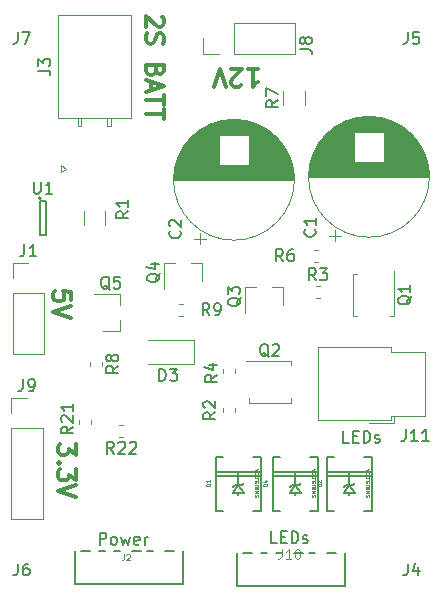
<source format=gbr>
G04 #@! TF.GenerationSoftware,KiCad,Pcbnew,(5.0.2)-1*
G04 #@! TF.CreationDate,2019-06-25T12:01:11-07:00*
G04 #@! TF.ProjectId,powerControl,706f7765-7243-46f6-9e74-726f6c2e6b69,rev?*
G04 #@! TF.SameCoordinates,Original*
G04 #@! TF.FileFunction,Legend,Top*
G04 #@! TF.FilePolarity,Positive*
%FSLAX46Y46*%
G04 Gerber Fmt 4.6, Leading zero omitted, Abs format (unit mm)*
G04 Created by KiCad (PCBNEW (5.0.2)-1) date 6/25/2019 12:01:11 PM*
%MOMM*%
%LPD*%
G01*
G04 APERTURE LIST*
%ADD10C,0.200000*%
%ADD11C,0.300000*%
%ADD12C,0.120000*%
%ADD13C,0.127000*%
%ADD14C,0.150000*%
%ADD15C,0.074930*%
%ADD16C,0.076200*%
%ADD17C,0.100000*%
G04 APERTURE END LIST*
D10*
X102711380Y-72715380D02*
X102235190Y-72715380D01*
X102235190Y-71715380D01*
X103044714Y-72191571D02*
X103378047Y-72191571D01*
X103520904Y-72715380D02*
X103044714Y-72715380D01*
X103044714Y-71715380D01*
X103520904Y-71715380D01*
X103949476Y-72715380D02*
X103949476Y-71715380D01*
X104187571Y-71715380D01*
X104330428Y-71763000D01*
X104425666Y-71858238D01*
X104473285Y-71953476D01*
X104520904Y-72143952D01*
X104520904Y-72286809D01*
X104473285Y-72477285D01*
X104425666Y-72572523D01*
X104330428Y-72667761D01*
X104187571Y-72715380D01*
X103949476Y-72715380D01*
X104901857Y-72667761D02*
X104997095Y-72715380D01*
X105187571Y-72715380D01*
X105282809Y-72667761D01*
X105330428Y-72572523D01*
X105330428Y-72524904D01*
X105282809Y-72429666D01*
X105187571Y-72382047D01*
X105044714Y-72382047D01*
X104949476Y-72334428D01*
X104901857Y-72239190D01*
X104901857Y-72191571D01*
X104949476Y-72096333D01*
X105044714Y-72048714D01*
X105187571Y-72048714D01*
X105282809Y-72096333D01*
D11*
X86911571Y-36644000D02*
X86983000Y-36715428D01*
X87054428Y-36858285D01*
X87054428Y-37215428D01*
X86983000Y-37358285D01*
X86911571Y-37429714D01*
X86768714Y-37501142D01*
X86625857Y-37501142D01*
X86411571Y-37429714D01*
X85554428Y-36572571D01*
X85554428Y-37501142D01*
X85625857Y-38072571D02*
X85554428Y-38286857D01*
X85554428Y-38644000D01*
X85625857Y-38786857D01*
X85697285Y-38858285D01*
X85840142Y-38929714D01*
X85983000Y-38929714D01*
X86125857Y-38858285D01*
X86197285Y-38786857D01*
X86268714Y-38644000D01*
X86340142Y-38358285D01*
X86411571Y-38215428D01*
X86483000Y-38144000D01*
X86625857Y-38072571D01*
X86768714Y-38072571D01*
X86911571Y-38144000D01*
X86983000Y-38215428D01*
X87054428Y-38358285D01*
X87054428Y-38715428D01*
X86983000Y-38929714D01*
X86340142Y-41215428D02*
X86268714Y-41429714D01*
X86197285Y-41501142D01*
X86054428Y-41572571D01*
X85840142Y-41572571D01*
X85697285Y-41501142D01*
X85625857Y-41429714D01*
X85554428Y-41286857D01*
X85554428Y-40715428D01*
X87054428Y-40715428D01*
X87054428Y-41215428D01*
X86983000Y-41358285D01*
X86911571Y-41429714D01*
X86768714Y-41501142D01*
X86625857Y-41501142D01*
X86483000Y-41429714D01*
X86411571Y-41358285D01*
X86340142Y-41215428D01*
X86340142Y-40715428D01*
X85983000Y-42144000D02*
X85983000Y-42858285D01*
X85554428Y-42001142D02*
X87054428Y-42501142D01*
X85554428Y-43001142D01*
X87054428Y-43286857D02*
X87054428Y-44144000D01*
X85554428Y-43715428D02*
X87054428Y-43715428D01*
X87054428Y-44429714D02*
X87054428Y-45286857D01*
X85554428Y-44858285D02*
X87054428Y-44858285D01*
X94146571Y-41104428D02*
X95003714Y-41104428D01*
X94575142Y-41104428D02*
X94575142Y-42604428D01*
X94718000Y-42390142D01*
X94860857Y-42247285D01*
X95003714Y-42175857D01*
X93575142Y-42461571D02*
X93503714Y-42533000D01*
X93360857Y-42604428D01*
X93003714Y-42604428D01*
X92860857Y-42533000D01*
X92789428Y-42461571D01*
X92718000Y-42318714D01*
X92718000Y-42175857D01*
X92789428Y-41961571D01*
X93646571Y-41104428D01*
X92718000Y-41104428D01*
X92289428Y-42604428D02*
X91789428Y-41104428D01*
X91289428Y-42604428D01*
X79561428Y-72842714D02*
X79561428Y-73771285D01*
X78990000Y-73271285D01*
X78990000Y-73485571D01*
X78918571Y-73628428D01*
X78847142Y-73699857D01*
X78704285Y-73771285D01*
X78347142Y-73771285D01*
X78204285Y-73699857D01*
X78132857Y-73628428D01*
X78061428Y-73485571D01*
X78061428Y-73057000D01*
X78132857Y-72914142D01*
X78204285Y-72842714D01*
X78204285Y-74414142D02*
X78132857Y-74485571D01*
X78061428Y-74414142D01*
X78132857Y-74342714D01*
X78204285Y-74414142D01*
X78061428Y-74414142D01*
X79561428Y-74985571D02*
X79561428Y-75914142D01*
X78990000Y-75414142D01*
X78990000Y-75628428D01*
X78918571Y-75771285D01*
X78847142Y-75842714D01*
X78704285Y-75914142D01*
X78347142Y-75914142D01*
X78204285Y-75842714D01*
X78132857Y-75771285D01*
X78061428Y-75628428D01*
X78061428Y-75199857D01*
X78132857Y-75057000D01*
X78204285Y-74985571D01*
X79561428Y-76342714D02*
X78061428Y-76842714D01*
X79561428Y-77342714D01*
D10*
X96615380Y-81224380D02*
X96139190Y-81224380D01*
X96139190Y-80224380D01*
X96948714Y-80700571D02*
X97282047Y-80700571D01*
X97424904Y-81224380D02*
X96948714Y-81224380D01*
X96948714Y-80224380D01*
X97424904Y-80224380D01*
X97853476Y-81224380D02*
X97853476Y-80224380D01*
X98091571Y-80224380D01*
X98234428Y-80272000D01*
X98329666Y-80367238D01*
X98377285Y-80462476D01*
X98424904Y-80652952D01*
X98424904Y-80795809D01*
X98377285Y-80986285D01*
X98329666Y-81081523D01*
X98234428Y-81176761D01*
X98091571Y-81224380D01*
X97853476Y-81224380D01*
X98805857Y-81176761D02*
X98901095Y-81224380D01*
X99091571Y-81224380D01*
X99186809Y-81176761D01*
X99234428Y-81081523D01*
X99234428Y-81033904D01*
X99186809Y-80938666D01*
X99091571Y-80891047D01*
X98948714Y-80891047D01*
X98853476Y-80843428D01*
X98805857Y-80748190D01*
X98805857Y-80700571D01*
X98853476Y-80605333D01*
X98948714Y-80557714D01*
X99091571Y-80557714D01*
X99186809Y-80605333D01*
D11*
X79180428Y-60674285D02*
X79180428Y-59960000D01*
X78466142Y-59888571D01*
X78537571Y-59960000D01*
X78609000Y-60102857D01*
X78609000Y-60460000D01*
X78537571Y-60602857D01*
X78466142Y-60674285D01*
X78323285Y-60745714D01*
X77966142Y-60745714D01*
X77823285Y-60674285D01*
X77751857Y-60602857D01*
X77680428Y-60460000D01*
X77680428Y-60102857D01*
X77751857Y-59960000D01*
X77823285Y-59888571D01*
X79180428Y-61174285D02*
X77680428Y-61674285D01*
X79180428Y-62174285D01*
D10*
X81589809Y-81351380D02*
X81589809Y-80351380D01*
X81970761Y-80351380D01*
X82066000Y-80399000D01*
X82113619Y-80446619D01*
X82161238Y-80541857D01*
X82161238Y-80684714D01*
X82113619Y-80779952D01*
X82066000Y-80827571D01*
X81970761Y-80875190D01*
X81589809Y-80875190D01*
X82732666Y-81351380D02*
X82637428Y-81303761D01*
X82589809Y-81256142D01*
X82542190Y-81160904D01*
X82542190Y-80875190D01*
X82589809Y-80779952D01*
X82637428Y-80732333D01*
X82732666Y-80684714D01*
X82875523Y-80684714D01*
X82970761Y-80732333D01*
X83018380Y-80779952D01*
X83066000Y-80875190D01*
X83066000Y-81160904D01*
X83018380Y-81256142D01*
X82970761Y-81303761D01*
X82875523Y-81351380D01*
X82732666Y-81351380D01*
X83399333Y-80684714D02*
X83589809Y-81351380D01*
X83780285Y-80875190D01*
X83970761Y-81351380D01*
X84161238Y-80684714D01*
X84923142Y-81303761D02*
X84827904Y-81351380D01*
X84637428Y-81351380D01*
X84542190Y-81303761D01*
X84494571Y-81208523D01*
X84494571Y-80827571D01*
X84542190Y-80732333D01*
X84637428Y-80684714D01*
X84827904Y-80684714D01*
X84923142Y-80732333D01*
X84970761Y-80827571D01*
X84970761Y-80922809D01*
X84494571Y-81018047D01*
X85399333Y-81351380D02*
X85399333Y-80684714D01*
X85399333Y-80875190D02*
X85446952Y-80779952D01*
X85494571Y-80732333D01*
X85589809Y-80684714D01*
X85685047Y-80684714D01*
D12*
G04 #@! TO.C,C2*
X89589000Y-55438646D02*
X90589000Y-55438646D01*
X90089000Y-55938646D02*
X90089000Y-54938646D01*
X92365000Y-45378000D02*
X93563000Y-45378000D01*
X92102000Y-45418000D02*
X93826000Y-45418000D01*
X91902000Y-45458000D02*
X94026000Y-45458000D01*
X91734000Y-45498000D02*
X94194000Y-45498000D01*
X91586000Y-45538000D02*
X94342000Y-45538000D01*
X91454000Y-45578000D02*
X94474000Y-45578000D01*
X91334000Y-45618000D02*
X94594000Y-45618000D01*
X91222000Y-45658000D02*
X94706000Y-45658000D01*
X91118000Y-45698000D02*
X94810000Y-45698000D01*
X91020000Y-45738000D02*
X94908000Y-45738000D01*
X90927000Y-45778000D02*
X95001000Y-45778000D01*
X90839000Y-45818000D02*
X95089000Y-45818000D01*
X90755000Y-45858000D02*
X95173000Y-45858000D01*
X90675000Y-45898000D02*
X95253000Y-45898000D01*
X90599000Y-45938000D02*
X95329000Y-45938000D01*
X90525000Y-45978000D02*
X95403000Y-45978000D01*
X90454000Y-46018000D02*
X95474000Y-46018000D01*
X90385000Y-46058000D02*
X95543000Y-46058000D01*
X90319000Y-46098000D02*
X95609000Y-46098000D01*
X90255000Y-46138000D02*
X95673000Y-46138000D01*
X90194000Y-46178000D02*
X95734000Y-46178000D01*
X90134000Y-46218000D02*
X95794000Y-46218000D01*
X90075000Y-46258000D02*
X95853000Y-46258000D01*
X90019000Y-46298000D02*
X95909000Y-46298000D01*
X89964000Y-46338000D02*
X95964000Y-46338000D01*
X89910000Y-46378000D02*
X96018000Y-46378000D01*
X89858000Y-46418000D02*
X96070000Y-46418000D01*
X89808000Y-46458000D02*
X96120000Y-46458000D01*
X89758000Y-46498000D02*
X96170000Y-46498000D01*
X89710000Y-46538000D02*
X96218000Y-46538000D01*
X89663000Y-46578000D02*
X96265000Y-46578000D01*
X89617000Y-46618000D02*
X96311000Y-46618000D01*
X89572000Y-46658000D02*
X96356000Y-46658000D01*
X89528000Y-46698000D02*
X96400000Y-46698000D01*
X94205000Y-46738000D02*
X96442000Y-46738000D01*
X89486000Y-46738000D02*
X91723000Y-46738000D01*
X94205000Y-46778000D02*
X96484000Y-46778000D01*
X89444000Y-46778000D02*
X91723000Y-46778000D01*
X94205000Y-46818000D02*
X96525000Y-46818000D01*
X89403000Y-46818000D02*
X91723000Y-46818000D01*
X94205000Y-46858000D02*
X96565000Y-46858000D01*
X89363000Y-46858000D02*
X91723000Y-46858000D01*
X94205000Y-46898000D02*
X96604000Y-46898000D01*
X89324000Y-46898000D02*
X91723000Y-46898000D01*
X94205000Y-46938000D02*
X96643000Y-46938000D01*
X89285000Y-46938000D02*
X91723000Y-46938000D01*
X94205000Y-46978000D02*
X96680000Y-46978000D01*
X89248000Y-46978000D02*
X91723000Y-46978000D01*
X94205000Y-47018000D02*
X96717000Y-47018000D01*
X89211000Y-47018000D02*
X91723000Y-47018000D01*
X94205000Y-47058000D02*
X96753000Y-47058000D01*
X89175000Y-47058000D02*
X91723000Y-47058000D01*
X94205000Y-47098000D02*
X96788000Y-47098000D01*
X89140000Y-47098000D02*
X91723000Y-47098000D01*
X94205000Y-47138000D02*
X96822000Y-47138000D01*
X89106000Y-47138000D02*
X91723000Y-47138000D01*
X94205000Y-47178000D02*
X96856000Y-47178000D01*
X89072000Y-47178000D02*
X91723000Y-47178000D01*
X94205000Y-47218000D02*
X96889000Y-47218000D01*
X89039000Y-47218000D02*
X91723000Y-47218000D01*
X94205000Y-47258000D02*
X96921000Y-47258000D01*
X89007000Y-47258000D02*
X91723000Y-47258000D01*
X94205000Y-47298000D02*
X96953000Y-47298000D01*
X88975000Y-47298000D02*
X91723000Y-47298000D01*
X94205000Y-47338000D02*
X96984000Y-47338000D01*
X88944000Y-47338000D02*
X91723000Y-47338000D01*
X94205000Y-47378000D02*
X97014000Y-47378000D01*
X88914000Y-47378000D02*
X91723000Y-47378000D01*
X94205000Y-47418000D02*
X97044000Y-47418000D01*
X88884000Y-47418000D02*
X91723000Y-47418000D01*
X94205000Y-47458000D02*
X97074000Y-47458000D01*
X88854000Y-47458000D02*
X91723000Y-47458000D01*
X94205000Y-47498000D02*
X97102000Y-47498000D01*
X88826000Y-47498000D02*
X91723000Y-47498000D01*
X94205000Y-47538000D02*
X97130000Y-47538000D01*
X88798000Y-47538000D02*
X91723000Y-47538000D01*
X94205000Y-47578000D02*
X97158000Y-47578000D01*
X88770000Y-47578000D02*
X91723000Y-47578000D01*
X94205000Y-47618000D02*
X97185000Y-47618000D01*
X88743000Y-47618000D02*
X91723000Y-47618000D01*
X94205000Y-47658000D02*
X97211000Y-47658000D01*
X88717000Y-47658000D02*
X91723000Y-47658000D01*
X94205000Y-47698000D02*
X97237000Y-47698000D01*
X88691000Y-47698000D02*
X91723000Y-47698000D01*
X94205000Y-47738000D02*
X97262000Y-47738000D01*
X88666000Y-47738000D02*
X91723000Y-47738000D01*
X94205000Y-47778000D02*
X97287000Y-47778000D01*
X88641000Y-47778000D02*
X91723000Y-47778000D01*
X94205000Y-47818000D02*
X97311000Y-47818000D01*
X88617000Y-47818000D02*
X91723000Y-47818000D01*
X94205000Y-47858000D02*
X97335000Y-47858000D01*
X88593000Y-47858000D02*
X91723000Y-47858000D01*
X94205000Y-47898000D02*
X97359000Y-47898000D01*
X88569000Y-47898000D02*
X91723000Y-47898000D01*
X94205000Y-47938000D02*
X97381000Y-47938000D01*
X88547000Y-47938000D02*
X91723000Y-47938000D01*
X94205000Y-47978000D02*
X97404000Y-47978000D01*
X88524000Y-47978000D02*
X91723000Y-47978000D01*
X94205000Y-48018000D02*
X97426000Y-48018000D01*
X88502000Y-48018000D02*
X91723000Y-48018000D01*
X94205000Y-48058000D02*
X97447000Y-48058000D01*
X88481000Y-48058000D02*
X91723000Y-48058000D01*
X94205000Y-48098000D02*
X97468000Y-48098000D01*
X88460000Y-48098000D02*
X91723000Y-48098000D01*
X94205000Y-48138000D02*
X97489000Y-48138000D01*
X88439000Y-48138000D02*
X91723000Y-48138000D01*
X94205000Y-48178000D02*
X97509000Y-48178000D01*
X88419000Y-48178000D02*
X91723000Y-48178000D01*
X94205000Y-48218000D02*
X97528000Y-48218000D01*
X88400000Y-48218000D02*
X91723000Y-48218000D01*
X94205000Y-48258000D02*
X97548000Y-48258000D01*
X88380000Y-48258000D02*
X91723000Y-48258000D01*
X94205000Y-48298000D02*
X97567000Y-48298000D01*
X88361000Y-48298000D02*
X91723000Y-48298000D01*
X94205000Y-48338000D02*
X97585000Y-48338000D01*
X88343000Y-48338000D02*
X91723000Y-48338000D01*
X94205000Y-48378000D02*
X97603000Y-48378000D01*
X88325000Y-48378000D02*
X91723000Y-48378000D01*
X94205000Y-48418000D02*
X97621000Y-48418000D01*
X88307000Y-48418000D02*
X91723000Y-48418000D01*
X94205000Y-48458000D02*
X97638000Y-48458000D01*
X88290000Y-48458000D02*
X91723000Y-48458000D01*
X94205000Y-48498000D02*
X97654000Y-48498000D01*
X88274000Y-48498000D02*
X91723000Y-48498000D01*
X94205000Y-48538000D02*
X97671000Y-48538000D01*
X88257000Y-48538000D02*
X91723000Y-48538000D01*
X94205000Y-48578000D02*
X97687000Y-48578000D01*
X88241000Y-48578000D02*
X91723000Y-48578000D01*
X94205000Y-48618000D02*
X97702000Y-48618000D01*
X88226000Y-48618000D02*
X91723000Y-48618000D01*
X94205000Y-48658000D02*
X97718000Y-48658000D01*
X88210000Y-48658000D02*
X91723000Y-48658000D01*
X94205000Y-48698000D02*
X97732000Y-48698000D01*
X88196000Y-48698000D02*
X91723000Y-48698000D01*
X94205000Y-48738000D02*
X97747000Y-48738000D01*
X88181000Y-48738000D02*
X91723000Y-48738000D01*
X94205000Y-48778000D02*
X97761000Y-48778000D01*
X88167000Y-48778000D02*
X91723000Y-48778000D01*
X94205000Y-48818000D02*
X97775000Y-48818000D01*
X88153000Y-48818000D02*
X91723000Y-48818000D01*
X94205000Y-48858000D02*
X97788000Y-48858000D01*
X88140000Y-48858000D02*
X91723000Y-48858000D01*
X94205000Y-48898000D02*
X97801000Y-48898000D01*
X88127000Y-48898000D02*
X91723000Y-48898000D01*
X94205000Y-48938000D02*
X97814000Y-48938000D01*
X88114000Y-48938000D02*
X91723000Y-48938000D01*
X94205000Y-48978000D02*
X97826000Y-48978000D01*
X88102000Y-48978000D02*
X91723000Y-48978000D01*
X94205000Y-49018000D02*
X97838000Y-49018000D01*
X88090000Y-49018000D02*
X91723000Y-49018000D01*
X94205000Y-49058000D02*
X97849000Y-49058000D01*
X88079000Y-49058000D02*
X91723000Y-49058000D01*
X94205000Y-49098000D02*
X97861000Y-49098000D01*
X88067000Y-49098000D02*
X91723000Y-49098000D01*
X94205000Y-49138000D02*
X97871000Y-49138000D01*
X88057000Y-49138000D02*
X91723000Y-49138000D01*
X94205000Y-49178000D02*
X97882000Y-49178000D01*
X88046000Y-49178000D02*
X91723000Y-49178000D01*
X88036000Y-49218000D02*
X97892000Y-49218000D01*
X88026000Y-49258000D02*
X97902000Y-49258000D01*
X88017000Y-49298000D02*
X97911000Y-49298000D01*
X88008000Y-49338000D02*
X97920000Y-49338000D01*
X87999000Y-49378000D02*
X97929000Y-49378000D01*
X87990000Y-49418000D02*
X97938000Y-49418000D01*
X87982000Y-49458000D02*
X97946000Y-49458000D01*
X87974000Y-49498000D02*
X97954000Y-49498000D01*
X87967000Y-49538000D02*
X97961000Y-49538000D01*
X87960000Y-49578000D02*
X97968000Y-49578000D01*
X87953000Y-49618000D02*
X97975000Y-49618000D01*
X87946000Y-49658000D02*
X97982000Y-49658000D01*
X87940000Y-49698000D02*
X97988000Y-49698000D01*
X87934000Y-49738000D02*
X97994000Y-49738000D01*
X87929000Y-49779000D02*
X97999000Y-49779000D01*
X87924000Y-49819000D02*
X98004000Y-49819000D01*
X87919000Y-49859000D02*
X98009000Y-49859000D01*
X87914000Y-49899000D02*
X98014000Y-49899000D01*
X87910000Y-49939000D02*
X98018000Y-49939000D01*
X87906000Y-49979000D02*
X98022000Y-49979000D01*
X87902000Y-50019000D02*
X98026000Y-50019000D01*
X87899000Y-50059000D02*
X98029000Y-50059000D01*
X87896000Y-50099000D02*
X98032000Y-50099000D01*
X87894000Y-50139000D02*
X98034000Y-50139000D01*
X87891000Y-50179000D02*
X98037000Y-50179000D01*
X87889000Y-50219000D02*
X98039000Y-50219000D01*
X87887000Y-50259000D02*
X98041000Y-50259000D01*
X87886000Y-50299000D02*
X98042000Y-50299000D01*
X87885000Y-50339000D02*
X98043000Y-50339000D01*
X87884000Y-50379000D02*
X98044000Y-50379000D01*
X87884000Y-50419000D02*
X98044000Y-50419000D01*
X87884000Y-50459000D02*
X98044000Y-50459000D01*
X98084000Y-50459000D02*
G75*
G03X98084000Y-50459000I-5120000J0D01*
G01*
G04 #@! TO.C,C1*
X109514000Y-50205000D02*
G75*
G03X109514000Y-50205000I-5120000J0D01*
G01*
X99314000Y-50205000D02*
X109474000Y-50205000D01*
X99314000Y-50165000D02*
X109474000Y-50165000D01*
X99314000Y-50125000D02*
X109474000Y-50125000D01*
X99315000Y-50085000D02*
X109473000Y-50085000D01*
X99316000Y-50045000D02*
X109472000Y-50045000D01*
X99317000Y-50005000D02*
X109471000Y-50005000D01*
X99319000Y-49965000D02*
X109469000Y-49965000D01*
X99321000Y-49925000D02*
X109467000Y-49925000D01*
X99324000Y-49885000D02*
X109464000Y-49885000D01*
X99326000Y-49845000D02*
X109462000Y-49845000D01*
X99329000Y-49805000D02*
X109459000Y-49805000D01*
X99332000Y-49765000D02*
X109456000Y-49765000D01*
X99336000Y-49725000D02*
X109452000Y-49725000D01*
X99340000Y-49685000D02*
X109448000Y-49685000D01*
X99344000Y-49645000D02*
X109444000Y-49645000D01*
X99349000Y-49605000D02*
X109439000Y-49605000D01*
X99354000Y-49565000D02*
X109434000Y-49565000D01*
X99359000Y-49525000D02*
X109429000Y-49525000D01*
X99364000Y-49484000D02*
X109424000Y-49484000D01*
X99370000Y-49444000D02*
X109418000Y-49444000D01*
X99376000Y-49404000D02*
X109412000Y-49404000D01*
X99383000Y-49364000D02*
X109405000Y-49364000D01*
X99390000Y-49324000D02*
X109398000Y-49324000D01*
X99397000Y-49284000D02*
X109391000Y-49284000D01*
X99404000Y-49244000D02*
X109384000Y-49244000D01*
X99412000Y-49204000D02*
X109376000Y-49204000D01*
X99420000Y-49164000D02*
X109368000Y-49164000D01*
X99429000Y-49124000D02*
X109359000Y-49124000D01*
X99438000Y-49084000D02*
X109350000Y-49084000D01*
X99447000Y-49044000D02*
X109341000Y-49044000D01*
X99456000Y-49004000D02*
X109332000Y-49004000D01*
X99466000Y-48964000D02*
X109322000Y-48964000D01*
X99476000Y-48924000D02*
X103153000Y-48924000D01*
X105635000Y-48924000D02*
X109312000Y-48924000D01*
X99487000Y-48884000D02*
X103153000Y-48884000D01*
X105635000Y-48884000D02*
X109301000Y-48884000D01*
X99497000Y-48844000D02*
X103153000Y-48844000D01*
X105635000Y-48844000D02*
X109291000Y-48844000D01*
X99509000Y-48804000D02*
X103153000Y-48804000D01*
X105635000Y-48804000D02*
X109279000Y-48804000D01*
X99520000Y-48764000D02*
X103153000Y-48764000D01*
X105635000Y-48764000D02*
X109268000Y-48764000D01*
X99532000Y-48724000D02*
X103153000Y-48724000D01*
X105635000Y-48724000D02*
X109256000Y-48724000D01*
X99544000Y-48684000D02*
X103153000Y-48684000D01*
X105635000Y-48684000D02*
X109244000Y-48684000D01*
X99557000Y-48644000D02*
X103153000Y-48644000D01*
X105635000Y-48644000D02*
X109231000Y-48644000D01*
X99570000Y-48604000D02*
X103153000Y-48604000D01*
X105635000Y-48604000D02*
X109218000Y-48604000D01*
X99583000Y-48564000D02*
X103153000Y-48564000D01*
X105635000Y-48564000D02*
X109205000Y-48564000D01*
X99597000Y-48524000D02*
X103153000Y-48524000D01*
X105635000Y-48524000D02*
X109191000Y-48524000D01*
X99611000Y-48484000D02*
X103153000Y-48484000D01*
X105635000Y-48484000D02*
X109177000Y-48484000D01*
X99626000Y-48444000D02*
X103153000Y-48444000D01*
X105635000Y-48444000D02*
X109162000Y-48444000D01*
X99640000Y-48404000D02*
X103153000Y-48404000D01*
X105635000Y-48404000D02*
X109148000Y-48404000D01*
X99656000Y-48364000D02*
X103153000Y-48364000D01*
X105635000Y-48364000D02*
X109132000Y-48364000D01*
X99671000Y-48324000D02*
X103153000Y-48324000D01*
X105635000Y-48324000D02*
X109117000Y-48324000D01*
X99687000Y-48284000D02*
X103153000Y-48284000D01*
X105635000Y-48284000D02*
X109101000Y-48284000D01*
X99704000Y-48244000D02*
X103153000Y-48244000D01*
X105635000Y-48244000D02*
X109084000Y-48244000D01*
X99720000Y-48204000D02*
X103153000Y-48204000D01*
X105635000Y-48204000D02*
X109068000Y-48204000D01*
X99737000Y-48164000D02*
X103153000Y-48164000D01*
X105635000Y-48164000D02*
X109051000Y-48164000D01*
X99755000Y-48124000D02*
X103153000Y-48124000D01*
X105635000Y-48124000D02*
X109033000Y-48124000D01*
X99773000Y-48084000D02*
X103153000Y-48084000D01*
X105635000Y-48084000D02*
X109015000Y-48084000D01*
X99791000Y-48044000D02*
X103153000Y-48044000D01*
X105635000Y-48044000D02*
X108997000Y-48044000D01*
X99810000Y-48004000D02*
X103153000Y-48004000D01*
X105635000Y-48004000D02*
X108978000Y-48004000D01*
X99830000Y-47964000D02*
X103153000Y-47964000D01*
X105635000Y-47964000D02*
X108958000Y-47964000D01*
X99849000Y-47924000D02*
X103153000Y-47924000D01*
X105635000Y-47924000D02*
X108939000Y-47924000D01*
X99869000Y-47884000D02*
X103153000Y-47884000D01*
X105635000Y-47884000D02*
X108919000Y-47884000D01*
X99890000Y-47844000D02*
X103153000Y-47844000D01*
X105635000Y-47844000D02*
X108898000Y-47844000D01*
X99911000Y-47804000D02*
X103153000Y-47804000D01*
X105635000Y-47804000D02*
X108877000Y-47804000D01*
X99932000Y-47764000D02*
X103153000Y-47764000D01*
X105635000Y-47764000D02*
X108856000Y-47764000D01*
X99954000Y-47724000D02*
X103153000Y-47724000D01*
X105635000Y-47724000D02*
X108834000Y-47724000D01*
X99977000Y-47684000D02*
X103153000Y-47684000D01*
X105635000Y-47684000D02*
X108811000Y-47684000D01*
X99999000Y-47644000D02*
X103153000Y-47644000D01*
X105635000Y-47644000D02*
X108789000Y-47644000D01*
X100023000Y-47604000D02*
X103153000Y-47604000D01*
X105635000Y-47604000D02*
X108765000Y-47604000D01*
X100047000Y-47564000D02*
X103153000Y-47564000D01*
X105635000Y-47564000D02*
X108741000Y-47564000D01*
X100071000Y-47524000D02*
X103153000Y-47524000D01*
X105635000Y-47524000D02*
X108717000Y-47524000D01*
X100096000Y-47484000D02*
X103153000Y-47484000D01*
X105635000Y-47484000D02*
X108692000Y-47484000D01*
X100121000Y-47444000D02*
X103153000Y-47444000D01*
X105635000Y-47444000D02*
X108667000Y-47444000D01*
X100147000Y-47404000D02*
X103153000Y-47404000D01*
X105635000Y-47404000D02*
X108641000Y-47404000D01*
X100173000Y-47364000D02*
X103153000Y-47364000D01*
X105635000Y-47364000D02*
X108615000Y-47364000D01*
X100200000Y-47324000D02*
X103153000Y-47324000D01*
X105635000Y-47324000D02*
X108588000Y-47324000D01*
X100228000Y-47284000D02*
X103153000Y-47284000D01*
X105635000Y-47284000D02*
X108560000Y-47284000D01*
X100256000Y-47244000D02*
X103153000Y-47244000D01*
X105635000Y-47244000D02*
X108532000Y-47244000D01*
X100284000Y-47204000D02*
X103153000Y-47204000D01*
X105635000Y-47204000D02*
X108504000Y-47204000D01*
X100314000Y-47164000D02*
X103153000Y-47164000D01*
X105635000Y-47164000D02*
X108474000Y-47164000D01*
X100344000Y-47124000D02*
X103153000Y-47124000D01*
X105635000Y-47124000D02*
X108444000Y-47124000D01*
X100374000Y-47084000D02*
X103153000Y-47084000D01*
X105635000Y-47084000D02*
X108414000Y-47084000D01*
X100405000Y-47044000D02*
X103153000Y-47044000D01*
X105635000Y-47044000D02*
X108383000Y-47044000D01*
X100437000Y-47004000D02*
X103153000Y-47004000D01*
X105635000Y-47004000D02*
X108351000Y-47004000D01*
X100469000Y-46964000D02*
X103153000Y-46964000D01*
X105635000Y-46964000D02*
X108319000Y-46964000D01*
X100502000Y-46924000D02*
X103153000Y-46924000D01*
X105635000Y-46924000D02*
X108286000Y-46924000D01*
X100536000Y-46884000D02*
X103153000Y-46884000D01*
X105635000Y-46884000D02*
X108252000Y-46884000D01*
X100570000Y-46844000D02*
X103153000Y-46844000D01*
X105635000Y-46844000D02*
X108218000Y-46844000D01*
X100605000Y-46804000D02*
X103153000Y-46804000D01*
X105635000Y-46804000D02*
X108183000Y-46804000D01*
X100641000Y-46764000D02*
X103153000Y-46764000D01*
X105635000Y-46764000D02*
X108147000Y-46764000D01*
X100678000Y-46724000D02*
X103153000Y-46724000D01*
X105635000Y-46724000D02*
X108110000Y-46724000D01*
X100715000Y-46684000D02*
X103153000Y-46684000D01*
X105635000Y-46684000D02*
X108073000Y-46684000D01*
X100754000Y-46644000D02*
X103153000Y-46644000D01*
X105635000Y-46644000D02*
X108034000Y-46644000D01*
X100793000Y-46604000D02*
X103153000Y-46604000D01*
X105635000Y-46604000D02*
X107995000Y-46604000D01*
X100833000Y-46564000D02*
X103153000Y-46564000D01*
X105635000Y-46564000D02*
X107955000Y-46564000D01*
X100874000Y-46524000D02*
X103153000Y-46524000D01*
X105635000Y-46524000D02*
X107914000Y-46524000D01*
X100916000Y-46484000D02*
X103153000Y-46484000D01*
X105635000Y-46484000D02*
X107872000Y-46484000D01*
X100958000Y-46444000D02*
X107830000Y-46444000D01*
X101002000Y-46404000D02*
X107786000Y-46404000D01*
X101047000Y-46364000D02*
X107741000Y-46364000D01*
X101093000Y-46324000D02*
X107695000Y-46324000D01*
X101140000Y-46284000D02*
X107648000Y-46284000D01*
X101188000Y-46244000D02*
X107600000Y-46244000D01*
X101238000Y-46204000D02*
X107550000Y-46204000D01*
X101288000Y-46164000D02*
X107500000Y-46164000D01*
X101340000Y-46124000D02*
X107448000Y-46124000D01*
X101394000Y-46084000D02*
X107394000Y-46084000D01*
X101449000Y-46044000D02*
X107339000Y-46044000D01*
X101505000Y-46004000D02*
X107283000Y-46004000D01*
X101564000Y-45964000D02*
X107224000Y-45964000D01*
X101624000Y-45924000D02*
X107164000Y-45924000D01*
X101685000Y-45884000D02*
X107103000Y-45884000D01*
X101749000Y-45844000D02*
X107039000Y-45844000D01*
X101815000Y-45804000D02*
X106973000Y-45804000D01*
X101884000Y-45764000D02*
X106904000Y-45764000D01*
X101955000Y-45724000D02*
X106833000Y-45724000D01*
X102029000Y-45684000D02*
X106759000Y-45684000D01*
X102105000Y-45644000D02*
X106683000Y-45644000D01*
X102185000Y-45604000D02*
X106603000Y-45604000D01*
X102269000Y-45564000D02*
X106519000Y-45564000D01*
X102357000Y-45524000D02*
X106431000Y-45524000D01*
X102450000Y-45484000D02*
X106338000Y-45484000D01*
X102548000Y-45444000D02*
X106240000Y-45444000D01*
X102652000Y-45404000D02*
X106136000Y-45404000D01*
X102764000Y-45364000D02*
X106024000Y-45364000D01*
X102884000Y-45324000D02*
X105904000Y-45324000D01*
X103016000Y-45284000D02*
X105772000Y-45284000D01*
X103164000Y-45244000D02*
X105624000Y-45244000D01*
X103332000Y-45204000D02*
X105456000Y-45204000D01*
X103532000Y-45164000D02*
X105256000Y-45164000D01*
X103795000Y-45124000D02*
X104993000Y-45124000D01*
X101519000Y-55684646D02*
X101519000Y-54684646D01*
X101019000Y-55184646D02*
X102019000Y-55184646D01*
G04 #@! TO.C,J11*
X100044000Y-67711000D02*
X100044000Y-70791000D01*
X100044000Y-70791000D02*
X106244000Y-70791000D01*
X106244000Y-70791000D02*
X106244000Y-70421000D01*
X106244000Y-70421000D02*
X109104000Y-70421000D01*
X109104000Y-70421000D02*
X109104000Y-67711000D01*
X100044000Y-67711000D02*
X100044000Y-64631000D01*
X100044000Y-64631000D02*
X106244000Y-64631000D01*
X106244000Y-64631000D02*
X106244000Y-65001000D01*
X106244000Y-65001000D02*
X109104000Y-65001000D01*
X109104000Y-65001000D02*
X109104000Y-67711000D01*
X104394000Y-71091000D02*
X106544000Y-71091000D01*
X106544000Y-71091000D02*
X106544000Y-70421000D01*
G04 #@! TO.C,J9*
X74108000Y-79181000D02*
X76768000Y-79181000D01*
X74108000Y-71501000D02*
X74108000Y-79181000D01*
X76768000Y-71501000D02*
X76768000Y-79181000D01*
X74108000Y-71501000D02*
X76768000Y-71501000D01*
X74108000Y-70231000D02*
X74108000Y-68901000D01*
X74108000Y-68901000D02*
X75438000Y-68901000D01*
G04 #@! TO.C,D3*
X89626000Y-66024000D02*
X89626000Y-64024000D01*
X89626000Y-64024000D02*
X85726000Y-64024000D01*
X89626000Y-66024000D02*
X85726000Y-66024000D01*
G04 #@! TO.C,Q2*
X94242000Y-69334000D02*
X94242000Y-68964000D01*
X97782000Y-69334000D02*
X97782000Y-68964000D01*
X97782000Y-65794000D02*
X97782000Y-66164000D01*
X94242000Y-69334000D02*
X97782000Y-69334000D01*
X97782000Y-65794000D02*
X94012000Y-65794000D01*
G04 #@! TO.C,Q1*
X106545000Y-61968000D02*
X106545000Y-58198000D01*
X103005000Y-58428000D02*
X103005000Y-61968000D01*
X106545000Y-61968000D02*
X106175000Y-61968000D01*
X103005000Y-61968000D02*
X103375000Y-61968000D01*
X103005000Y-58428000D02*
X103375000Y-58428000D01*
G04 #@! TO.C,Q5*
X83310000Y-63302000D02*
X83310000Y-62372000D01*
X83310000Y-60142000D02*
X83310000Y-61072000D01*
X83310000Y-60142000D02*
X81150000Y-60142000D01*
X83310000Y-63302000D02*
X81850000Y-63302000D01*
G04 #@! TO.C,Q4*
X90226000Y-57533000D02*
X90226000Y-58993000D01*
X87066000Y-57533000D02*
X87066000Y-59693000D01*
X87066000Y-57533000D02*
X87996000Y-57533000D01*
X90226000Y-57533000D02*
X89296000Y-57533000D01*
G04 #@! TO.C,Q3*
X97084000Y-59565000D02*
X96154000Y-59565000D01*
X93924000Y-59565000D02*
X94854000Y-59565000D01*
X93924000Y-59565000D02*
X93924000Y-61725000D01*
X97084000Y-59565000D02*
X97084000Y-61025000D01*
G04 #@! TO.C,R2*
X92073000Y-69814221D02*
X92073000Y-70139779D01*
X93093000Y-69814221D02*
X93093000Y-70139779D01*
G04 #@! TO.C,R3*
X99913221Y-59434000D02*
X100238779Y-59434000D01*
X99913221Y-60454000D02*
X100238779Y-60454000D01*
G04 #@! TO.C,R6*
X99760721Y-57406000D02*
X100086279Y-57406000D01*
X99760721Y-56386000D02*
X100086279Y-56386000D01*
G04 #@! TO.C,R4*
X93093000Y-66512221D02*
X93093000Y-66837779D01*
X92073000Y-66512221D02*
X92073000Y-66837779D01*
G04 #@! TO.C,R7*
X97134000Y-44166064D02*
X97134000Y-42961936D01*
X98954000Y-44166064D02*
X98954000Y-42961936D01*
D13*
G04 #@! TO.C,D1*
X93345000Y-76962000D02*
X93345000Y-77165200D01*
X91440000Y-78486000D02*
X91440000Y-73914000D01*
X91440000Y-73914000D02*
X92075000Y-73914000D01*
X95250000Y-75539600D02*
X91440000Y-75539600D01*
X95250000Y-75209400D02*
X91440000Y-75209400D01*
X94615000Y-78486000D02*
X95250000Y-78486000D01*
X95250000Y-78486000D02*
X95250000Y-73914000D01*
X95250000Y-73914000D02*
X94615000Y-73914000D01*
X92075000Y-78486000D02*
X91440000Y-78486000D01*
X93345000Y-76327000D02*
X92870020Y-76962000D01*
X92870020Y-76962000D02*
X93345000Y-76962000D01*
X93345000Y-76962000D02*
X93819980Y-76962000D01*
X93819980Y-76962000D02*
X93345000Y-76327000D01*
X93345000Y-76327000D02*
X93027500Y-76327000D01*
X93027500Y-76327000D02*
X92870020Y-76484480D01*
X93345000Y-76327000D02*
X93662500Y-76327000D01*
X93662500Y-76327000D02*
X93819980Y-76169520D01*
X93345000Y-76327000D02*
X93345000Y-75217020D01*
G04 #@! TO.C,D2*
X102743000Y-76327000D02*
X102743000Y-75217020D01*
X103060500Y-76327000D02*
X103217980Y-76169520D01*
X102743000Y-76327000D02*
X103060500Y-76327000D01*
X102425500Y-76327000D02*
X102268020Y-76484480D01*
X102743000Y-76327000D02*
X102425500Y-76327000D01*
X103217980Y-76962000D02*
X102743000Y-76327000D01*
X102743000Y-76962000D02*
X103217980Y-76962000D01*
X102268020Y-76962000D02*
X102743000Y-76962000D01*
X102743000Y-76327000D02*
X102268020Y-76962000D01*
X101473000Y-78486000D02*
X100838000Y-78486000D01*
X104648000Y-73914000D02*
X104013000Y-73914000D01*
X104648000Y-78486000D02*
X104648000Y-73914000D01*
X104013000Y-78486000D02*
X104648000Y-78486000D01*
X104648000Y-75209400D02*
X100838000Y-75209400D01*
X104648000Y-75539600D02*
X100838000Y-75539600D01*
X100838000Y-73914000D02*
X101473000Y-73914000D01*
X100838000Y-78486000D02*
X100838000Y-73914000D01*
X102743000Y-76962000D02*
X102743000Y-77165200D01*
G04 #@! TO.C,D4*
X98171000Y-76962000D02*
X98171000Y-77165200D01*
X96266000Y-78486000D02*
X96266000Y-73914000D01*
X96266000Y-73914000D02*
X96901000Y-73914000D01*
X100076000Y-75539600D02*
X96266000Y-75539600D01*
X100076000Y-75209400D02*
X96266000Y-75209400D01*
X99441000Y-78486000D02*
X100076000Y-78486000D01*
X100076000Y-78486000D02*
X100076000Y-73914000D01*
X100076000Y-73914000D02*
X99441000Y-73914000D01*
X96901000Y-78486000D02*
X96266000Y-78486000D01*
X98171000Y-76327000D02*
X97696020Y-76962000D01*
X97696020Y-76962000D02*
X98171000Y-76962000D01*
X98171000Y-76962000D02*
X98645980Y-76962000D01*
X98645980Y-76962000D02*
X98171000Y-76327000D01*
X98171000Y-76327000D02*
X97853500Y-76327000D01*
X97853500Y-76327000D02*
X97696020Y-76484480D01*
X98171000Y-76327000D02*
X98488500Y-76327000D01*
X98488500Y-76327000D02*
X98645980Y-76169520D01*
X98171000Y-76327000D02*
X98171000Y-75217020D01*
D14*
G04 #@! TO.C,J10*
X102362000Y-84836000D02*
X102362000Y-82042000D01*
X93218000Y-82042000D02*
X93218000Y-84836000D01*
X93218000Y-84836000D02*
X102362000Y-84836000D01*
X101600000Y-82042000D02*
X100838000Y-82042000D01*
X99822000Y-82042000D02*
X99314000Y-82042000D01*
X98806000Y-82042000D02*
X98044000Y-82042000D01*
X97028000Y-82042000D02*
X96520000Y-82042000D01*
X95758000Y-82042000D02*
X95250000Y-82042000D01*
X94488000Y-82042000D02*
X93726000Y-82042000D01*
D12*
G04 #@! TO.C,R1*
X80243000Y-54323064D02*
X80243000Y-53118936D01*
X82063000Y-54323064D02*
X82063000Y-53118936D01*
G04 #@! TO.C,J3*
X78053000Y-45220000D02*
X84213000Y-45220000D01*
X84213000Y-45220000D02*
X84213000Y-36540000D01*
X84213000Y-36540000D02*
X78053000Y-36540000D01*
X78053000Y-36540000D02*
X78053000Y-45220000D01*
X80033000Y-45220000D02*
X79733000Y-45220000D01*
X79733000Y-45220000D02*
X79733000Y-45920000D01*
X79733000Y-45920000D02*
X80033000Y-45920000D01*
X80033000Y-45920000D02*
X80033000Y-45220000D01*
X82533000Y-45220000D02*
X82233000Y-45220000D01*
X82233000Y-45220000D02*
X82233000Y-45920000D01*
X82233000Y-45920000D02*
X82533000Y-45920000D01*
X82533000Y-45920000D02*
X82533000Y-45220000D01*
X78773000Y-49530000D02*
X78348736Y-49230000D01*
X78348736Y-49230000D02*
X78348736Y-49830000D01*
X78348736Y-49830000D02*
X78773000Y-49530000D01*
G04 #@! TO.C,J1*
X74235000Y-57471000D02*
X75565000Y-57471000D01*
X74235000Y-58801000D02*
X74235000Y-57471000D01*
X74235000Y-60071000D02*
X76895000Y-60071000D01*
X76895000Y-60071000D02*
X76895000Y-65211000D01*
X74235000Y-60071000D02*
X74235000Y-65211000D01*
X74235000Y-65211000D02*
X76895000Y-65211000D01*
G04 #@! TO.C,J8*
X90364000Y-39811000D02*
X90364000Y-38481000D01*
X91694000Y-39811000D02*
X90364000Y-39811000D01*
X92964000Y-39811000D02*
X92964000Y-37151000D01*
X92964000Y-37151000D02*
X98104000Y-37151000D01*
X92964000Y-39811000D02*
X98104000Y-39811000D01*
X98104000Y-39811000D02*
X98104000Y-37151000D01*
G04 #@! TO.C,R21*
X80901000Y-71155779D02*
X80901000Y-70830221D01*
X79881000Y-71155779D02*
X79881000Y-70830221D01*
G04 #@! TO.C,R22*
X83601779Y-71245000D02*
X83276221Y-71245000D01*
X83601779Y-72265000D02*
X83276221Y-72265000D01*
D14*
G04 #@! TO.C,J2*
X80772000Y-81915000D02*
X80010000Y-81915000D01*
X82042000Y-81915000D02*
X81534000Y-81915000D01*
X83312000Y-81915000D02*
X82804000Y-81915000D01*
X85090000Y-81915000D02*
X84328000Y-81915000D01*
X86106000Y-81915000D02*
X85598000Y-81915000D01*
X87884000Y-81915000D02*
X87122000Y-81915000D01*
X79502000Y-84709000D02*
X88646000Y-84709000D01*
X79502000Y-81915000D02*
X79502000Y-84709000D01*
X88646000Y-84709000D02*
X88646000Y-81915000D01*
D12*
G04 #@! TO.C,R9*
X88356221Y-61978000D02*
X88681779Y-61978000D01*
X88356221Y-60958000D02*
X88681779Y-60958000D01*
G04 #@! TO.C,R8*
X80770000Y-65877221D02*
X80770000Y-66202779D01*
X81790000Y-65877221D02*
X81790000Y-66202779D01*
D14*
G04 #@! TO.C,U1*
X76585000Y-52271000D02*
X76585000Y-55171000D01*
X76585000Y-55171000D02*
X77085000Y-55171000D01*
X77085000Y-55171000D02*
X77085000Y-52271000D01*
X77085000Y-52271000D02*
X76585000Y-52271000D01*
X76635000Y-52021000D02*
G75*
G03X76635000Y-52021000I-100000J0D01*
G01*
G04 #@! TO.C,C2*
X88368142Y-54776666D02*
X88415761Y-54824285D01*
X88463380Y-54967142D01*
X88463380Y-55062380D01*
X88415761Y-55205238D01*
X88320523Y-55300476D01*
X88225285Y-55348095D01*
X88034809Y-55395714D01*
X87891952Y-55395714D01*
X87701476Y-55348095D01*
X87606238Y-55300476D01*
X87511000Y-55205238D01*
X87463380Y-55062380D01*
X87463380Y-54967142D01*
X87511000Y-54824285D01*
X87558619Y-54776666D01*
X87558619Y-54395714D02*
X87511000Y-54348095D01*
X87463380Y-54252857D01*
X87463380Y-54014761D01*
X87511000Y-53919523D01*
X87558619Y-53871904D01*
X87653857Y-53824285D01*
X87749095Y-53824285D01*
X87891952Y-53871904D01*
X88463380Y-54443333D01*
X88463380Y-53824285D01*
G04 #@! TO.C,C1*
X99798142Y-54649666D02*
X99845761Y-54697285D01*
X99893380Y-54840142D01*
X99893380Y-54935380D01*
X99845761Y-55078238D01*
X99750523Y-55173476D01*
X99655285Y-55221095D01*
X99464809Y-55268714D01*
X99321952Y-55268714D01*
X99131476Y-55221095D01*
X99036238Y-55173476D01*
X98941000Y-55078238D01*
X98893380Y-54935380D01*
X98893380Y-54840142D01*
X98941000Y-54697285D01*
X98988619Y-54649666D01*
X99893380Y-53697285D02*
X99893380Y-54268714D01*
X99893380Y-53983000D02*
X98893380Y-53983000D01*
X99036238Y-54078238D01*
X99131476Y-54173476D01*
X99179095Y-54268714D01*
G04 #@! TO.C,J11*
X107521476Y-71588380D02*
X107521476Y-72302666D01*
X107473857Y-72445523D01*
X107378619Y-72540761D01*
X107235761Y-72588380D01*
X107140523Y-72588380D01*
X108521476Y-72588380D02*
X107950047Y-72588380D01*
X108235761Y-72588380D02*
X108235761Y-71588380D01*
X108140523Y-71731238D01*
X108045285Y-71826476D01*
X107950047Y-71874095D01*
X109473857Y-72588380D02*
X108902428Y-72588380D01*
X109188142Y-72588380D02*
X109188142Y-71588380D01*
X109092904Y-71731238D01*
X108997666Y-71826476D01*
X108902428Y-71874095D01*
G04 #@! TO.C,J9*
X75104666Y-67353380D02*
X75104666Y-68067666D01*
X75057047Y-68210523D01*
X74961809Y-68305761D01*
X74818952Y-68353380D01*
X74723714Y-68353380D01*
X75628476Y-68353380D02*
X75818952Y-68353380D01*
X75914190Y-68305761D01*
X75961809Y-68258142D01*
X76057047Y-68115285D01*
X76104666Y-67924809D01*
X76104666Y-67543857D01*
X76057047Y-67448619D01*
X76009428Y-67401000D01*
X75914190Y-67353380D01*
X75723714Y-67353380D01*
X75628476Y-67401000D01*
X75580857Y-67448619D01*
X75533238Y-67543857D01*
X75533238Y-67781952D01*
X75580857Y-67877190D01*
X75628476Y-67924809D01*
X75723714Y-67972428D01*
X75914190Y-67972428D01*
X76009428Y-67924809D01*
X76057047Y-67877190D01*
X76104666Y-67781952D01*
G04 #@! TO.C,D3*
X86637904Y-67476380D02*
X86637904Y-66476380D01*
X86876000Y-66476380D01*
X87018857Y-66524000D01*
X87114095Y-66619238D01*
X87161714Y-66714476D01*
X87209333Y-66904952D01*
X87209333Y-67047809D01*
X87161714Y-67238285D01*
X87114095Y-67333523D01*
X87018857Y-67428761D01*
X86876000Y-67476380D01*
X86637904Y-67476380D01*
X87542666Y-66476380D02*
X88161714Y-66476380D01*
X87828380Y-66857333D01*
X87971238Y-66857333D01*
X88066476Y-66904952D01*
X88114095Y-66952571D01*
X88161714Y-67047809D01*
X88161714Y-67285904D01*
X88114095Y-67381142D01*
X88066476Y-67428761D01*
X87971238Y-67476380D01*
X87685523Y-67476380D01*
X87590285Y-67428761D01*
X87542666Y-67381142D01*
G04 #@! TO.C,Q2*
X95916761Y-65461619D02*
X95821523Y-65414000D01*
X95726285Y-65318761D01*
X95583428Y-65175904D01*
X95488190Y-65128285D01*
X95392952Y-65128285D01*
X95440571Y-65366380D02*
X95345333Y-65318761D01*
X95250095Y-65223523D01*
X95202476Y-65033047D01*
X95202476Y-64699714D01*
X95250095Y-64509238D01*
X95345333Y-64414000D01*
X95440571Y-64366380D01*
X95631047Y-64366380D01*
X95726285Y-64414000D01*
X95821523Y-64509238D01*
X95869142Y-64699714D01*
X95869142Y-65033047D01*
X95821523Y-65223523D01*
X95726285Y-65318761D01*
X95631047Y-65366380D01*
X95440571Y-65366380D01*
X96250095Y-64461619D02*
X96297714Y-64414000D01*
X96392952Y-64366380D01*
X96631047Y-64366380D01*
X96726285Y-64414000D01*
X96773904Y-64461619D01*
X96821523Y-64556857D01*
X96821523Y-64652095D01*
X96773904Y-64794952D01*
X96202476Y-65366380D01*
X96821523Y-65366380D01*
G04 #@! TO.C,Q1*
X107972619Y-60293238D02*
X107925000Y-60388476D01*
X107829761Y-60483714D01*
X107686904Y-60626571D01*
X107639285Y-60721809D01*
X107639285Y-60817047D01*
X107877380Y-60769428D02*
X107829761Y-60864666D01*
X107734523Y-60959904D01*
X107544047Y-61007523D01*
X107210714Y-61007523D01*
X107020238Y-60959904D01*
X106925000Y-60864666D01*
X106877380Y-60769428D01*
X106877380Y-60578952D01*
X106925000Y-60483714D01*
X107020238Y-60388476D01*
X107210714Y-60340857D01*
X107544047Y-60340857D01*
X107734523Y-60388476D01*
X107829761Y-60483714D01*
X107877380Y-60578952D01*
X107877380Y-60769428D01*
X107877380Y-59388476D02*
X107877380Y-59959904D01*
X107877380Y-59674190D02*
X106877380Y-59674190D01*
X107020238Y-59769428D01*
X107115476Y-59864666D01*
X107163095Y-59959904D01*
G04 #@! TO.C,Q5*
X82454761Y-59769619D02*
X82359523Y-59722000D01*
X82264285Y-59626761D01*
X82121428Y-59483904D01*
X82026190Y-59436285D01*
X81930952Y-59436285D01*
X81978571Y-59674380D02*
X81883333Y-59626761D01*
X81788095Y-59531523D01*
X81740476Y-59341047D01*
X81740476Y-59007714D01*
X81788095Y-58817238D01*
X81883333Y-58722000D01*
X81978571Y-58674380D01*
X82169047Y-58674380D01*
X82264285Y-58722000D01*
X82359523Y-58817238D01*
X82407142Y-59007714D01*
X82407142Y-59341047D01*
X82359523Y-59531523D01*
X82264285Y-59626761D01*
X82169047Y-59674380D01*
X81978571Y-59674380D01*
X83311904Y-58674380D02*
X82835714Y-58674380D01*
X82788095Y-59150571D01*
X82835714Y-59102952D01*
X82930952Y-59055333D01*
X83169047Y-59055333D01*
X83264285Y-59102952D01*
X83311904Y-59150571D01*
X83359523Y-59245809D01*
X83359523Y-59483904D01*
X83311904Y-59579142D01*
X83264285Y-59626761D01*
X83169047Y-59674380D01*
X82930952Y-59674380D01*
X82835714Y-59626761D01*
X82788095Y-59579142D01*
G04 #@! TO.C,Q4*
X86693619Y-58388238D02*
X86646000Y-58483476D01*
X86550761Y-58578714D01*
X86407904Y-58721571D01*
X86360285Y-58816809D01*
X86360285Y-58912047D01*
X86598380Y-58864428D02*
X86550761Y-58959666D01*
X86455523Y-59054904D01*
X86265047Y-59102523D01*
X85931714Y-59102523D01*
X85741238Y-59054904D01*
X85646000Y-58959666D01*
X85598380Y-58864428D01*
X85598380Y-58673952D01*
X85646000Y-58578714D01*
X85741238Y-58483476D01*
X85931714Y-58435857D01*
X86265047Y-58435857D01*
X86455523Y-58483476D01*
X86550761Y-58578714D01*
X86598380Y-58673952D01*
X86598380Y-58864428D01*
X85931714Y-57578714D02*
X86598380Y-57578714D01*
X85550761Y-57816809D02*
X86265047Y-58054904D01*
X86265047Y-57435857D01*
G04 #@! TO.C,Q3*
X93551619Y-60420238D02*
X93504000Y-60515476D01*
X93408761Y-60610714D01*
X93265904Y-60753571D01*
X93218285Y-60848809D01*
X93218285Y-60944047D01*
X93456380Y-60896428D02*
X93408761Y-60991666D01*
X93313523Y-61086904D01*
X93123047Y-61134523D01*
X92789714Y-61134523D01*
X92599238Y-61086904D01*
X92504000Y-60991666D01*
X92456380Y-60896428D01*
X92456380Y-60705952D01*
X92504000Y-60610714D01*
X92599238Y-60515476D01*
X92789714Y-60467857D01*
X93123047Y-60467857D01*
X93313523Y-60515476D01*
X93408761Y-60610714D01*
X93456380Y-60705952D01*
X93456380Y-60896428D01*
X92456380Y-60134523D02*
X92456380Y-59515476D01*
X92837333Y-59848809D01*
X92837333Y-59705952D01*
X92884952Y-59610714D01*
X92932571Y-59563095D01*
X93027809Y-59515476D01*
X93265904Y-59515476D01*
X93361142Y-59563095D01*
X93408761Y-59610714D01*
X93456380Y-59705952D01*
X93456380Y-59991666D01*
X93408761Y-60086904D01*
X93361142Y-60134523D01*
G04 #@! TO.C,R2*
X91384380Y-70143666D02*
X90908190Y-70477000D01*
X91384380Y-70715095D02*
X90384380Y-70715095D01*
X90384380Y-70334142D01*
X90432000Y-70238904D01*
X90479619Y-70191285D01*
X90574857Y-70143666D01*
X90717714Y-70143666D01*
X90812952Y-70191285D01*
X90860571Y-70238904D01*
X90908190Y-70334142D01*
X90908190Y-70715095D01*
X90479619Y-69762714D02*
X90432000Y-69715095D01*
X90384380Y-69619857D01*
X90384380Y-69381761D01*
X90432000Y-69286523D01*
X90479619Y-69238904D01*
X90574857Y-69191285D01*
X90670095Y-69191285D01*
X90812952Y-69238904D01*
X91384380Y-69810333D01*
X91384380Y-69191285D01*
G04 #@! TO.C,R3*
X99909333Y-58966380D02*
X99576000Y-58490190D01*
X99337904Y-58966380D02*
X99337904Y-57966380D01*
X99718857Y-57966380D01*
X99814095Y-58014000D01*
X99861714Y-58061619D01*
X99909333Y-58156857D01*
X99909333Y-58299714D01*
X99861714Y-58394952D01*
X99814095Y-58442571D01*
X99718857Y-58490190D01*
X99337904Y-58490190D01*
X100242666Y-57966380D02*
X100861714Y-57966380D01*
X100528380Y-58347333D01*
X100671238Y-58347333D01*
X100766476Y-58394952D01*
X100814095Y-58442571D01*
X100861714Y-58537809D01*
X100861714Y-58775904D01*
X100814095Y-58871142D01*
X100766476Y-58918761D01*
X100671238Y-58966380D01*
X100385523Y-58966380D01*
X100290285Y-58918761D01*
X100242666Y-58871142D01*
G04 #@! TO.C,R6*
X97115333Y-57348380D02*
X96782000Y-56872190D01*
X96543904Y-57348380D02*
X96543904Y-56348380D01*
X96924857Y-56348380D01*
X97020095Y-56396000D01*
X97067714Y-56443619D01*
X97115333Y-56538857D01*
X97115333Y-56681714D01*
X97067714Y-56776952D01*
X97020095Y-56824571D01*
X96924857Y-56872190D01*
X96543904Y-56872190D01*
X97972476Y-56348380D02*
X97782000Y-56348380D01*
X97686761Y-56396000D01*
X97639142Y-56443619D01*
X97543904Y-56586476D01*
X97496285Y-56776952D01*
X97496285Y-57157904D01*
X97543904Y-57253142D01*
X97591523Y-57300761D01*
X97686761Y-57348380D01*
X97877238Y-57348380D01*
X97972476Y-57300761D01*
X98020095Y-57253142D01*
X98067714Y-57157904D01*
X98067714Y-56919809D01*
X98020095Y-56824571D01*
X97972476Y-56776952D01*
X97877238Y-56729333D01*
X97686761Y-56729333D01*
X97591523Y-56776952D01*
X97543904Y-56824571D01*
X97496285Y-56919809D01*
G04 #@! TO.C,R4*
X91511380Y-66968666D02*
X91035190Y-67302000D01*
X91511380Y-67540095D02*
X90511380Y-67540095D01*
X90511380Y-67159142D01*
X90559000Y-67063904D01*
X90606619Y-67016285D01*
X90701857Y-66968666D01*
X90844714Y-66968666D01*
X90939952Y-67016285D01*
X90987571Y-67063904D01*
X91035190Y-67159142D01*
X91035190Y-67540095D01*
X90844714Y-66111523D02*
X91511380Y-66111523D01*
X90463761Y-66349619D02*
X91178047Y-66587714D01*
X91178047Y-65968666D01*
G04 #@! TO.C,R7*
X96676380Y-43730666D02*
X96200190Y-44064000D01*
X96676380Y-44302095D02*
X95676380Y-44302095D01*
X95676380Y-43921142D01*
X95724000Y-43825904D01*
X95771619Y-43778285D01*
X95866857Y-43730666D01*
X96009714Y-43730666D01*
X96104952Y-43778285D01*
X96152571Y-43825904D01*
X96200190Y-43921142D01*
X96200190Y-44302095D01*
X95676380Y-43397333D02*
X95676380Y-42730666D01*
X96676380Y-43159238D01*
G04 #@! TO.C,D1*
D15*
X90930427Y-76370421D02*
X90630707Y-76370421D01*
X90630707Y-76299060D01*
X90644980Y-76256242D01*
X90673524Y-76227698D01*
X90702069Y-76213425D01*
X90759159Y-76199153D01*
X90801976Y-76199153D01*
X90859065Y-76213425D01*
X90887610Y-76227698D01*
X90916155Y-76256242D01*
X90930427Y-76299060D01*
X90930427Y-76370421D01*
X90930427Y-75913705D02*
X90930427Y-76084974D01*
X90930427Y-75999340D02*
X90630707Y-75999340D01*
X90673524Y-76027884D01*
X90702069Y-76056429D01*
X90716341Y-76084974D01*
D16*
D15*
X95015715Y-77305262D02*
X95029987Y-77262445D01*
X95029987Y-77191083D01*
X95015715Y-77162539D01*
X95001442Y-77148266D01*
X94972898Y-77133994D01*
X94944353Y-77133994D01*
X94915808Y-77148266D01*
X94901536Y-77162539D01*
X94887263Y-77191083D01*
X94872991Y-77248173D01*
X94858719Y-77276718D01*
X94844446Y-77290990D01*
X94815901Y-77305262D01*
X94787357Y-77305262D01*
X94758812Y-77290990D01*
X94744540Y-77276718D01*
X94730267Y-77248173D01*
X94730267Y-77176811D01*
X94744540Y-77133994D01*
X95029987Y-77005542D02*
X94730267Y-77005542D01*
X94944353Y-76905636D01*
X94730267Y-76805729D01*
X95029987Y-76805729D01*
X94872991Y-76563099D02*
X94887263Y-76520281D01*
X94901536Y-76506009D01*
X94930080Y-76491737D01*
X94972898Y-76491737D01*
X95001442Y-76506009D01*
X95015715Y-76520281D01*
X95029987Y-76548826D01*
X95029987Y-76663005D01*
X94730267Y-76663005D01*
X94730267Y-76563099D01*
X94744540Y-76534554D01*
X94758812Y-76520281D01*
X94787357Y-76506009D01*
X94815901Y-76506009D01*
X94844446Y-76520281D01*
X94858719Y-76534554D01*
X94872991Y-76563099D01*
X94872991Y-76663005D01*
X94730267Y-76277651D02*
X94944353Y-76277651D01*
X94987170Y-76291923D01*
X95015715Y-76320468D01*
X95029987Y-76363285D01*
X95029987Y-76391830D01*
X94730267Y-75992203D02*
X94730267Y-76134927D01*
X94872991Y-76149200D01*
X94858719Y-76134927D01*
X94844446Y-76106382D01*
X94844446Y-76035020D01*
X94858719Y-76006476D01*
X94872991Y-75992203D01*
X94901536Y-75977931D01*
X94972898Y-75977931D01*
X95001442Y-75992203D01*
X95015715Y-76006476D01*
X95029987Y-76035020D01*
X95029987Y-76106382D01*
X95015715Y-76134927D01*
X95001442Y-76149200D01*
X95001442Y-75849480D02*
X95015715Y-75835207D01*
X95029987Y-75849480D01*
X95015715Y-75863752D01*
X95001442Y-75849480D01*
X95029987Y-75849480D01*
X94730267Y-75649666D02*
X94730267Y-75621121D01*
X94744540Y-75592577D01*
X94758812Y-75578304D01*
X94787357Y-75564032D01*
X94844446Y-75549760D01*
X94915808Y-75549760D01*
X94972898Y-75564032D01*
X95001442Y-75578304D01*
X95015715Y-75592577D01*
X95029987Y-75621121D01*
X95029987Y-75649666D01*
X95015715Y-75678211D01*
X95001442Y-75692483D01*
X94972898Y-75706756D01*
X94915808Y-75721028D01*
X94844446Y-75721028D01*
X94787357Y-75706756D01*
X94758812Y-75692483D01*
X94744540Y-75678211D01*
X94730267Y-75649666D01*
X95001442Y-75250040D02*
X95015715Y-75264312D01*
X95029987Y-75307129D01*
X95029987Y-75335674D01*
X95015715Y-75378491D01*
X94987170Y-75407036D01*
X94958625Y-75421308D01*
X94901536Y-75435580D01*
X94858719Y-75435580D01*
X94801629Y-75421308D01*
X94773084Y-75407036D01*
X94744540Y-75378491D01*
X94730267Y-75335674D01*
X94730267Y-75307129D01*
X94744540Y-75264312D01*
X94758812Y-75250040D01*
X94944353Y-75135860D02*
X94944353Y-74993137D01*
X95029987Y-75164405D02*
X94730267Y-75064499D01*
X95029987Y-74964592D01*
D16*
G04 #@! TO.C,D2*
D15*
X100328427Y-76370421D02*
X100028707Y-76370421D01*
X100028707Y-76299060D01*
X100042980Y-76256242D01*
X100071524Y-76227698D01*
X100100069Y-76213425D01*
X100157159Y-76199153D01*
X100199976Y-76199153D01*
X100257065Y-76213425D01*
X100285610Y-76227698D01*
X100314155Y-76256242D01*
X100328427Y-76299060D01*
X100328427Y-76370421D01*
X100057252Y-76084974D02*
X100042980Y-76070701D01*
X100028707Y-76042157D01*
X100028707Y-75970795D01*
X100042980Y-75942250D01*
X100057252Y-75927978D01*
X100085797Y-75913705D01*
X100114341Y-75913705D01*
X100157159Y-75927978D01*
X100328427Y-76099246D01*
X100328427Y-75913705D01*
D16*
D15*
X104413715Y-77305262D02*
X104427987Y-77262445D01*
X104427987Y-77191083D01*
X104413715Y-77162539D01*
X104399442Y-77148266D01*
X104370898Y-77133994D01*
X104342353Y-77133994D01*
X104313808Y-77148266D01*
X104299536Y-77162539D01*
X104285263Y-77191083D01*
X104270991Y-77248173D01*
X104256719Y-77276718D01*
X104242446Y-77290990D01*
X104213901Y-77305262D01*
X104185357Y-77305262D01*
X104156812Y-77290990D01*
X104142540Y-77276718D01*
X104128267Y-77248173D01*
X104128267Y-77176811D01*
X104142540Y-77133994D01*
X104427987Y-77005542D02*
X104128267Y-77005542D01*
X104342353Y-76905636D01*
X104128267Y-76805729D01*
X104427987Y-76805729D01*
X104270991Y-76563099D02*
X104285263Y-76520281D01*
X104299536Y-76506009D01*
X104328080Y-76491737D01*
X104370898Y-76491737D01*
X104399442Y-76506009D01*
X104413715Y-76520281D01*
X104427987Y-76548826D01*
X104427987Y-76663005D01*
X104128267Y-76663005D01*
X104128267Y-76563099D01*
X104142540Y-76534554D01*
X104156812Y-76520281D01*
X104185357Y-76506009D01*
X104213901Y-76506009D01*
X104242446Y-76520281D01*
X104256719Y-76534554D01*
X104270991Y-76563099D01*
X104270991Y-76663005D01*
X104128267Y-76277651D02*
X104342353Y-76277651D01*
X104385170Y-76291923D01*
X104413715Y-76320468D01*
X104427987Y-76363285D01*
X104427987Y-76391830D01*
X104128267Y-75992203D02*
X104128267Y-76134927D01*
X104270991Y-76149200D01*
X104256719Y-76134927D01*
X104242446Y-76106382D01*
X104242446Y-76035020D01*
X104256719Y-76006476D01*
X104270991Y-75992203D01*
X104299536Y-75977931D01*
X104370898Y-75977931D01*
X104399442Y-75992203D01*
X104413715Y-76006476D01*
X104427987Y-76035020D01*
X104427987Y-76106382D01*
X104413715Y-76134927D01*
X104399442Y-76149200D01*
X104399442Y-75849480D02*
X104413715Y-75835207D01*
X104427987Y-75849480D01*
X104413715Y-75863752D01*
X104399442Y-75849480D01*
X104427987Y-75849480D01*
X104128267Y-75649666D02*
X104128267Y-75621121D01*
X104142540Y-75592577D01*
X104156812Y-75578304D01*
X104185357Y-75564032D01*
X104242446Y-75549760D01*
X104313808Y-75549760D01*
X104370898Y-75564032D01*
X104399442Y-75578304D01*
X104413715Y-75592577D01*
X104427987Y-75621121D01*
X104427987Y-75649666D01*
X104413715Y-75678211D01*
X104399442Y-75692483D01*
X104370898Y-75706756D01*
X104313808Y-75721028D01*
X104242446Y-75721028D01*
X104185357Y-75706756D01*
X104156812Y-75692483D01*
X104142540Y-75678211D01*
X104128267Y-75649666D01*
X104399442Y-75250040D02*
X104413715Y-75264312D01*
X104427987Y-75307129D01*
X104427987Y-75335674D01*
X104413715Y-75378491D01*
X104385170Y-75407036D01*
X104356625Y-75421308D01*
X104299536Y-75435580D01*
X104256719Y-75435580D01*
X104199629Y-75421308D01*
X104171084Y-75407036D01*
X104142540Y-75378491D01*
X104128267Y-75335674D01*
X104128267Y-75307129D01*
X104142540Y-75264312D01*
X104156812Y-75250040D01*
X104342353Y-75135860D02*
X104342353Y-74993137D01*
X104427987Y-75164405D02*
X104128267Y-75064499D01*
X104427987Y-74964592D01*
D16*
G04 #@! TO.C,D4*
D15*
X95756427Y-76370421D02*
X95456707Y-76370421D01*
X95456707Y-76299060D01*
X95470980Y-76256242D01*
X95499524Y-76227698D01*
X95528069Y-76213425D01*
X95585159Y-76199153D01*
X95627976Y-76199153D01*
X95685065Y-76213425D01*
X95713610Y-76227698D01*
X95742155Y-76256242D01*
X95756427Y-76299060D01*
X95756427Y-76370421D01*
X95556614Y-75942250D02*
X95756427Y-75942250D01*
X95442435Y-76013612D02*
X95656520Y-76084974D01*
X95656520Y-75899433D01*
D16*
D15*
X99841715Y-77305262D02*
X99855987Y-77262445D01*
X99855987Y-77191083D01*
X99841715Y-77162539D01*
X99827442Y-77148266D01*
X99798898Y-77133994D01*
X99770353Y-77133994D01*
X99741808Y-77148266D01*
X99727536Y-77162539D01*
X99713263Y-77191083D01*
X99698991Y-77248173D01*
X99684719Y-77276718D01*
X99670446Y-77290990D01*
X99641901Y-77305262D01*
X99613357Y-77305262D01*
X99584812Y-77290990D01*
X99570540Y-77276718D01*
X99556267Y-77248173D01*
X99556267Y-77176811D01*
X99570540Y-77133994D01*
X99855987Y-77005542D02*
X99556267Y-77005542D01*
X99770353Y-76905636D01*
X99556267Y-76805729D01*
X99855987Y-76805729D01*
X99698991Y-76563099D02*
X99713263Y-76520281D01*
X99727536Y-76506009D01*
X99756080Y-76491737D01*
X99798898Y-76491737D01*
X99827442Y-76506009D01*
X99841715Y-76520281D01*
X99855987Y-76548826D01*
X99855987Y-76663005D01*
X99556267Y-76663005D01*
X99556267Y-76563099D01*
X99570540Y-76534554D01*
X99584812Y-76520281D01*
X99613357Y-76506009D01*
X99641901Y-76506009D01*
X99670446Y-76520281D01*
X99684719Y-76534554D01*
X99698991Y-76563099D01*
X99698991Y-76663005D01*
X99556267Y-76277651D02*
X99770353Y-76277651D01*
X99813170Y-76291923D01*
X99841715Y-76320468D01*
X99855987Y-76363285D01*
X99855987Y-76391830D01*
X99556267Y-75992203D02*
X99556267Y-76134927D01*
X99698991Y-76149200D01*
X99684719Y-76134927D01*
X99670446Y-76106382D01*
X99670446Y-76035020D01*
X99684719Y-76006476D01*
X99698991Y-75992203D01*
X99727536Y-75977931D01*
X99798898Y-75977931D01*
X99827442Y-75992203D01*
X99841715Y-76006476D01*
X99855987Y-76035020D01*
X99855987Y-76106382D01*
X99841715Y-76134927D01*
X99827442Y-76149200D01*
X99827442Y-75849480D02*
X99841715Y-75835207D01*
X99855987Y-75849480D01*
X99841715Y-75863752D01*
X99827442Y-75849480D01*
X99855987Y-75849480D01*
X99556267Y-75649666D02*
X99556267Y-75621121D01*
X99570540Y-75592577D01*
X99584812Y-75578304D01*
X99613357Y-75564032D01*
X99670446Y-75549760D01*
X99741808Y-75549760D01*
X99798898Y-75564032D01*
X99827442Y-75578304D01*
X99841715Y-75592577D01*
X99855987Y-75621121D01*
X99855987Y-75649666D01*
X99841715Y-75678211D01*
X99827442Y-75692483D01*
X99798898Y-75706756D01*
X99741808Y-75721028D01*
X99670446Y-75721028D01*
X99613357Y-75706756D01*
X99584812Y-75692483D01*
X99570540Y-75678211D01*
X99556267Y-75649666D01*
X99827442Y-75250040D02*
X99841715Y-75264312D01*
X99855987Y-75307129D01*
X99855987Y-75335674D01*
X99841715Y-75378491D01*
X99813170Y-75407036D01*
X99784625Y-75421308D01*
X99727536Y-75435580D01*
X99684719Y-75435580D01*
X99627629Y-75421308D01*
X99599084Y-75407036D01*
X99570540Y-75378491D01*
X99556267Y-75335674D01*
X99556267Y-75307129D01*
X99570540Y-75264312D01*
X99584812Y-75250040D01*
X99770353Y-75135860D02*
X99770353Y-74993137D01*
X99855987Y-75164405D02*
X99556267Y-75064499D01*
X99855987Y-74964592D01*
D16*
G04 #@! TO.C,J10*
D17*
X97015380Y-81730904D02*
X97015380Y-82302333D01*
X96977285Y-82416619D01*
X96901095Y-82492809D01*
X96786809Y-82530904D01*
X96710619Y-82530904D01*
X97815380Y-82530904D02*
X97358238Y-82530904D01*
X97586809Y-82530904D02*
X97586809Y-81730904D01*
X97510619Y-81845190D01*
X97434428Y-81921380D01*
X97358238Y-81959476D01*
X98310619Y-81730904D02*
X98386809Y-81730904D01*
X98463000Y-81769000D01*
X98501095Y-81807095D01*
X98539190Y-81883285D01*
X98577285Y-82035666D01*
X98577285Y-82226142D01*
X98539190Y-82378523D01*
X98501095Y-82454714D01*
X98463000Y-82492809D01*
X98386809Y-82530904D01*
X98310619Y-82530904D01*
X98234428Y-82492809D01*
X98196333Y-82454714D01*
X98158238Y-82378523D01*
X98120142Y-82226142D01*
X98120142Y-82035666D01*
X98158238Y-81883285D01*
X98196333Y-81807095D01*
X98234428Y-81769000D01*
X98310619Y-81730904D01*
G04 #@! TO.C,R1*
D14*
X84018380Y-53125666D02*
X83542190Y-53459000D01*
X84018380Y-53697095D02*
X83018380Y-53697095D01*
X83018380Y-53316142D01*
X83066000Y-53220904D01*
X83113619Y-53173285D01*
X83208857Y-53125666D01*
X83351714Y-53125666D01*
X83446952Y-53173285D01*
X83494571Y-53220904D01*
X83542190Y-53316142D01*
X83542190Y-53697095D01*
X84018380Y-52173285D02*
X84018380Y-52744714D01*
X84018380Y-52459000D02*
X83018380Y-52459000D01*
X83161238Y-52554238D01*
X83256476Y-52649476D01*
X83304095Y-52744714D01*
G04 #@! TO.C,J3*
X76415380Y-41213333D02*
X77129666Y-41213333D01*
X77272523Y-41260952D01*
X77367761Y-41356190D01*
X77415380Y-41499047D01*
X77415380Y-41594285D01*
X76415380Y-40832380D02*
X76415380Y-40213333D01*
X76796333Y-40546666D01*
X76796333Y-40403809D01*
X76843952Y-40308571D01*
X76891571Y-40260952D01*
X76986809Y-40213333D01*
X77224904Y-40213333D01*
X77320142Y-40260952D01*
X77367761Y-40308571D01*
X77415380Y-40403809D01*
X77415380Y-40689523D01*
X77367761Y-40784761D01*
X77320142Y-40832380D01*
G04 #@! TO.C,J4*
X107666666Y-82952380D02*
X107666666Y-83666666D01*
X107619047Y-83809523D01*
X107523809Y-83904761D01*
X107380952Y-83952380D01*
X107285714Y-83952380D01*
X108571428Y-83285714D02*
X108571428Y-83952380D01*
X108333333Y-82904761D02*
X108095238Y-83619047D01*
X108714285Y-83619047D01*
G04 #@! TO.C,J1*
X75231666Y-55923380D02*
X75231666Y-56637666D01*
X75184047Y-56780523D01*
X75088809Y-56875761D01*
X74945952Y-56923380D01*
X74850714Y-56923380D01*
X76231666Y-56923380D02*
X75660238Y-56923380D01*
X75945952Y-56923380D02*
X75945952Y-55923380D01*
X75850714Y-56066238D01*
X75755476Y-56161476D01*
X75660238Y-56209095D01*
G04 #@! TO.C,J8*
X98536380Y-39392333D02*
X99250666Y-39392333D01*
X99393523Y-39439952D01*
X99488761Y-39535190D01*
X99536380Y-39678047D01*
X99536380Y-39773285D01*
X98964952Y-38773285D02*
X98917333Y-38868523D01*
X98869714Y-38916142D01*
X98774476Y-38963761D01*
X98726857Y-38963761D01*
X98631619Y-38916142D01*
X98584000Y-38868523D01*
X98536380Y-38773285D01*
X98536380Y-38582809D01*
X98584000Y-38487571D01*
X98631619Y-38439952D01*
X98726857Y-38392333D01*
X98774476Y-38392333D01*
X98869714Y-38439952D01*
X98917333Y-38487571D01*
X98964952Y-38582809D01*
X98964952Y-38773285D01*
X99012571Y-38868523D01*
X99060190Y-38916142D01*
X99155428Y-38963761D01*
X99345904Y-38963761D01*
X99441142Y-38916142D01*
X99488761Y-38868523D01*
X99536380Y-38773285D01*
X99536380Y-38582809D01*
X99488761Y-38487571D01*
X99441142Y-38439952D01*
X99345904Y-38392333D01*
X99155428Y-38392333D01*
X99060190Y-38439952D01*
X99012571Y-38487571D01*
X98964952Y-38582809D01*
G04 #@! TO.C,R21*
X79319380Y-71356357D02*
X78843190Y-71689690D01*
X79319380Y-71927785D02*
X78319380Y-71927785D01*
X78319380Y-71546833D01*
X78367000Y-71451595D01*
X78414619Y-71403976D01*
X78509857Y-71356357D01*
X78652714Y-71356357D01*
X78747952Y-71403976D01*
X78795571Y-71451595D01*
X78843190Y-71546833D01*
X78843190Y-71927785D01*
X78414619Y-70975404D02*
X78367000Y-70927785D01*
X78319380Y-70832547D01*
X78319380Y-70594452D01*
X78367000Y-70499214D01*
X78414619Y-70451595D01*
X78509857Y-70403976D01*
X78605095Y-70403976D01*
X78747952Y-70451595D01*
X79319380Y-71023023D01*
X79319380Y-70403976D01*
X79319380Y-69451595D02*
X79319380Y-70023023D01*
X79319380Y-69737309D02*
X78319380Y-69737309D01*
X78462238Y-69832547D01*
X78557476Y-69927785D01*
X78605095Y-70023023D01*
G04 #@! TO.C,R22*
X82796142Y-73637380D02*
X82462809Y-73161190D01*
X82224714Y-73637380D02*
X82224714Y-72637380D01*
X82605666Y-72637380D01*
X82700904Y-72685000D01*
X82748523Y-72732619D01*
X82796142Y-72827857D01*
X82796142Y-72970714D01*
X82748523Y-73065952D01*
X82700904Y-73113571D01*
X82605666Y-73161190D01*
X82224714Y-73161190D01*
X83177095Y-72732619D02*
X83224714Y-72685000D01*
X83319952Y-72637380D01*
X83558047Y-72637380D01*
X83653285Y-72685000D01*
X83700904Y-72732619D01*
X83748523Y-72827857D01*
X83748523Y-72923095D01*
X83700904Y-73065952D01*
X83129476Y-73637380D01*
X83748523Y-73637380D01*
X84129476Y-72732619D02*
X84177095Y-72685000D01*
X84272333Y-72637380D01*
X84510428Y-72637380D01*
X84605666Y-72685000D01*
X84653285Y-72732619D01*
X84700904Y-72827857D01*
X84700904Y-72923095D01*
X84653285Y-73065952D01*
X84081857Y-73637380D01*
X84700904Y-73637380D01*
G04 #@! TO.C,J5*
X107666666Y-37952380D02*
X107666666Y-38666666D01*
X107619047Y-38809523D01*
X107523809Y-38904761D01*
X107380952Y-38952380D01*
X107285714Y-38952380D01*
X108619047Y-37952380D02*
X108142857Y-37952380D01*
X108095238Y-38428571D01*
X108142857Y-38380952D01*
X108238095Y-38333333D01*
X108476190Y-38333333D01*
X108571428Y-38380952D01*
X108619047Y-38428571D01*
X108666666Y-38523809D01*
X108666666Y-38761904D01*
X108619047Y-38857142D01*
X108571428Y-38904761D01*
X108476190Y-38952380D01*
X108238095Y-38952380D01*
X108142857Y-38904761D01*
X108095238Y-38857142D01*
G04 #@! TO.C,J6*
X74666666Y-82952380D02*
X74666666Y-83666666D01*
X74619047Y-83809523D01*
X74523809Y-83904761D01*
X74380952Y-83952380D01*
X74285714Y-83952380D01*
X75571428Y-82952380D02*
X75380952Y-82952380D01*
X75285714Y-83000000D01*
X75238095Y-83047619D01*
X75142857Y-83190476D01*
X75095238Y-83380952D01*
X75095238Y-83761904D01*
X75142857Y-83857142D01*
X75190476Y-83904761D01*
X75285714Y-83952380D01*
X75476190Y-83952380D01*
X75571428Y-83904761D01*
X75619047Y-83857142D01*
X75666666Y-83761904D01*
X75666666Y-83523809D01*
X75619047Y-83428571D01*
X75571428Y-83380952D01*
X75476190Y-83333333D01*
X75285714Y-83333333D01*
X75190476Y-83380952D01*
X75142857Y-83428571D01*
X75095238Y-83523809D01*
G04 #@! TO.C,J7*
X74666666Y-37952380D02*
X74666666Y-38666666D01*
X74619047Y-38809523D01*
X74523809Y-38904761D01*
X74380952Y-38952380D01*
X74285714Y-38952380D01*
X75047619Y-37952380D02*
X75714285Y-37952380D01*
X75285714Y-38952380D01*
G04 #@! TO.C,J2*
D17*
X83653333Y-82149190D02*
X83653333Y-82506333D01*
X83629523Y-82577761D01*
X83581904Y-82625380D01*
X83510476Y-82649190D01*
X83462857Y-82649190D01*
X83867619Y-82196809D02*
X83891428Y-82173000D01*
X83939047Y-82149190D01*
X84058095Y-82149190D01*
X84105714Y-82173000D01*
X84129523Y-82196809D01*
X84153333Y-82244428D01*
X84153333Y-82292047D01*
X84129523Y-82363476D01*
X83843809Y-82649190D01*
X84153333Y-82649190D01*
G04 #@! TO.C,R9*
D14*
X90892333Y-61920380D02*
X90559000Y-61444190D01*
X90320904Y-61920380D02*
X90320904Y-60920380D01*
X90701857Y-60920380D01*
X90797095Y-60968000D01*
X90844714Y-61015619D01*
X90892333Y-61110857D01*
X90892333Y-61253714D01*
X90844714Y-61348952D01*
X90797095Y-61396571D01*
X90701857Y-61444190D01*
X90320904Y-61444190D01*
X91368523Y-61920380D02*
X91559000Y-61920380D01*
X91654238Y-61872761D01*
X91701857Y-61825142D01*
X91797095Y-61682285D01*
X91844714Y-61491809D01*
X91844714Y-61110857D01*
X91797095Y-61015619D01*
X91749476Y-60968000D01*
X91654238Y-60920380D01*
X91463761Y-60920380D01*
X91368523Y-60968000D01*
X91320904Y-61015619D01*
X91273285Y-61110857D01*
X91273285Y-61348952D01*
X91320904Y-61444190D01*
X91368523Y-61491809D01*
X91463761Y-61539428D01*
X91654238Y-61539428D01*
X91749476Y-61491809D01*
X91797095Y-61444190D01*
X91844714Y-61348952D01*
G04 #@! TO.C,R8*
X83162380Y-66206666D02*
X82686190Y-66540000D01*
X83162380Y-66778095D02*
X82162380Y-66778095D01*
X82162380Y-66397142D01*
X82210000Y-66301904D01*
X82257619Y-66254285D01*
X82352857Y-66206666D01*
X82495714Y-66206666D01*
X82590952Y-66254285D01*
X82638571Y-66301904D01*
X82686190Y-66397142D01*
X82686190Y-66778095D01*
X82590952Y-65635238D02*
X82543333Y-65730476D01*
X82495714Y-65778095D01*
X82400476Y-65825714D01*
X82352857Y-65825714D01*
X82257619Y-65778095D01*
X82210000Y-65730476D01*
X82162380Y-65635238D01*
X82162380Y-65444761D01*
X82210000Y-65349523D01*
X82257619Y-65301904D01*
X82352857Y-65254285D01*
X82400476Y-65254285D01*
X82495714Y-65301904D01*
X82543333Y-65349523D01*
X82590952Y-65444761D01*
X82590952Y-65635238D01*
X82638571Y-65730476D01*
X82686190Y-65778095D01*
X82781428Y-65825714D01*
X82971904Y-65825714D01*
X83067142Y-65778095D01*
X83114761Y-65730476D01*
X83162380Y-65635238D01*
X83162380Y-65444761D01*
X83114761Y-65349523D01*
X83067142Y-65301904D01*
X82971904Y-65254285D01*
X82781428Y-65254285D01*
X82686190Y-65301904D01*
X82638571Y-65349523D01*
X82590952Y-65444761D01*
G04 #@! TO.C,U1*
X76023095Y-50623380D02*
X76023095Y-51432904D01*
X76070714Y-51528142D01*
X76118333Y-51575761D01*
X76213571Y-51623380D01*
X76404047Y-51623380D01*
X76499285Y-51575761D01*
X76546904Y-51528142D01*
X76594523Y-51432904D01*
X76594523Y-50623380D01*
X77594523Y-51623380D02*
X77023095Y-51623380D01*
X77308809Y-51623380D02*
X77308809Y-50623380D01*
X77213571Y-50766238D01*
X77118333Y-50861476D01*
X77023095Y-50909095D01*
G04 #@! TD*
M02*

</source>
